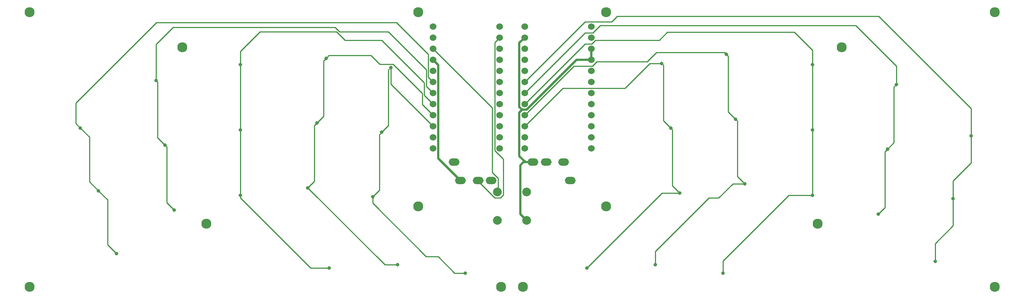
<source format=gbr>
G04 #@! TF.GenerationSoftware,KiCad,Pcbnew,(5.1.9)-1*
G04 #@! TF.CreationDate,2021-03-06T17:20:58-05:00*
G04 #@! TF.ProjectId,ya36,79613336-2e6b-4696-9361-645f70636258,rev?*
G04 #@! TF.SameCoordinates,Original*
G04 #@! TF.FileFunction,Copper,L1,Top*
G04 #@! TF.FilePolarity,Positive*
%FSLAX46Y46*%
G04 Gerber Fmt 4.6, Leading zero omitted, Abs format (unit mm)*
G04 Created by KiCad (PCBNEW (5.1.9)-1) date 2021-03-06 17:20:58*
%MOMM*%
%LPD*%
G01*
G04 APERTURE LIST*
G04 #@! TA.AperFunction,ComponentPad*
%ADD10O,2.500000X1.700000*%
G04 #@! TD*
G04 #@! TA.AperFunction,ComponentPad*
%ADD11C,2.000000*%
G04 #@! TD*
G04 #@! TA.AperFunction,ComponentPad*
%ADD12C,1.524000*%
G04 #@! TD*
G04 #@! TA.AperFunction,ComponentPad*
%ADD13C,2.300000*%
G04 #@! TD*
G04 #@! TA.AperFunction,ComponentPad*
%ADD14C,0.800000*%
G04 #@! TD*
G04 #@! TA.AperFunction,Conductor*
%ADD15C,0.500000*%
G04 #@! TD*
G04 #@! TA.AperFunction,Conductor*
%ADD16C,0.250000*%
G04 #@! TD*
G04 APERTURE END LIST*
D10*
X139200000Y-86400000D03*
X140700000Y-90600000D03*
X144700000Y-90600000D03*
X147700000Y-90600000D03*
X165800000Y-90600000D03*
X164300000Y-86400000D03*
X160300000Y-86400000D03*
X157300000Y-86400000D03*
D11*
X155850000Y-93250000D03*
X155850000Y-99750000D03*
X149150000Y-99750000D03*
X149150000Y-93250000D03*
D12*
X155391400Y-55272000D03*
X155391400Y-57812000D03*
X155391400Y-60352000D03*
X155391400Y-62892000D03*
X155391400Y-65432000D03*
X155391400Y-67972000D03*
X155391400Y-70512000D03*
X155391400Y-73052000D03*
X155391400Y-75592000D03*
X155391400Y-78132000D03*
X155391400Y-80672000D03*
X155391400Y-83212000D03*
X170611400Y-83212000D03*
X170611400Y-80672000D03*
X170611400Y-78132000D03*
X170611400Y-75592000D03*
X170611400Y-73052000D03*
X170611400Y-70512000D03*
X170611400Y-67972000D03*
X170611400Y-65432000D03*
X170611400Y-62892000D03*
X170611400Y-60352000D03*
X170611400Y-57812000D03*
X170611400Y-55272000D03*
X134391400Y-55272000D03*
X134391400Y-57812000D03*
X134391400Y-60352000D03*
X134391400Y-62892000D03*
X134391400Y-65432000D03*
X134391400Y-67972000D03*
X134391400Y-70512000D03*
X134391400Y-73052000D03*
X134391400Y-75592000D03*
X134391400Y-78132000D03*
X134391400Y-80672000D03*
X134391400Y-83212000D03*
X149611400Y-83212000D03*
X149611400Y-80672000D03*
X149611400Y-78132000D03*
X149611400Y-75592000D03*
X149611400Y-73052000D03*
X149611400Y-70512000D03*
X149611400Y-67972000D03*
X149611400Y-65432000D03*
X149611400Y-62892000D03*
X149611400Y-60352000D03*
X149611400Y-57812000D03*
X149611400Y-55272000D03*
D13*
X263000000Y-52000000D03*
X263000000Y-115000000D03*
X155000000Y-115000000D03*
X222500000Y-100500000D03*
X174000000Y-96500000D03*
X228000000Y-60000000D03*
X174000000Y-52000000D03*
X77000000Y-60000000D03*
X131000000Y-96500000D03*
X82500000Y-100500000D03*
X131000000Y-52000000D03*
X42000000Y-52000000D03*
X42000000Y-115000000D03*
X150000000Y-115000000D03*
D14*
X90275000Y-94000000D03*
X75144119Y-97364167D03*
X105726831Y-92275751D03*
X53672641Y-78542778D03*
X70968926Y-67656125D03*
X90275000Y-64000000D03*
X109902024Y-62567709D03*
X124756045Y-64655306D03*
X57807202Y-92961703D03*
X73056522Y-82510145D03*
X90275000Y-79000000D03*
X107814428Y-77421731D03*
X122668449Y-79509326D03*
X61941762Y-107380629D03*
X120580852Y-94363347D03*
X110644595Y-110706858D03*
X126275000Y-109912426D03*
X141805897Y-111844254D03*
X257623623Y-80348202D03*
X240517330Y-68567709D03*
X221275000Y-64000000D03*
X201584233Y-61656125D03*
X186730212Y-63743722D03*
X253489062Y-94767127D03*
X238429734Y-83421729D03*
X221275000Y-79000000D03*
X203671829Y-76510147D03*
X188817808Y-78597742D03*
X249354502Y-109186053D03*
X236342137Y-98275751D03*
X221275000Y-94000000D03*
X205759426Y-91364167D03*
X190905405Y-93451763D03*
X200805897Y-111844254D03*
X185275000Y-109912426D03*
X169644595Y-110706858D03*
D15*
X135603401Y-85503401D02*
X140700000Y-90600000D01*
X135603401Y-64104001D02*
X135603401Y-85503401D01*
X134391400Y-62892000D02*
X135603401Y-64104001D01*
D16*
X148524399Y-58899001D02*
X149611400Y-57812000D01*
X148524399Y-83733761D02*
X148524399Y-58899001D01*
X150475001Y-93886001D02*
X150475001Y-85684363D01*
X150475001Y-85684363D02*
X148524399Y-83733761D01*
X149786001Y-94575001D02*
X150475001Y-93886001D01*
X148513999Y-94575001D02*
X149786001Y-94575001D01*
X144700000Y-90761002D02*
X148513999Y-94575001D01*
X144700000Y-90600000D02*
X144700000Y-90761002D01*
D15*
X170611400Y-60352000D02*
X170611400Y-62892000D01*
X155550000Y-86400000D02*
X157300000Y-86400000D01*
X154179399Y-85029399D02*
X155550000Y-86400000D01*
X154179399Y-75010239D02*
X154179399Y-85029399D01*
X154809639Y-74379999D02*
X154179399Y-75010239D01*
X167278214Y-62892000D02*
X155790215Y-74379999D01*
X155790215Y-74379999D02*
X154809639Y-74379999D01*
X170611400Y-62892000D02*
X167278214Y-62892000D01*
X154399999Y-98299999D02*
X155850000Y-99750000D01*
X154399999Y-87100001D02*
X154399999Y-98299999D01*
X155100000Y-86400000D02*
X154399999Y-87100001D01*
X155550000Y-86400000D02*
X155100000Y-86400000D01*
X154179399Y-59024001D02*
X155391400Y-57812000D01*
X154179399Y-73749759D02*
X154179399Y-59024001D01*
X154809639Y-74379999D02*
X154179399Y-73749759D01*
D16*
X55733840Y-90888341D02*
X57807202Y-92961703D01*
X55733840Y-80603977D02*
X55733840Y-90888341D01*
X53672641Y-78542778D02*
X55733840Y-80603977D01*
X59868400Y-105307267D02*
X61941762Y-107380629D01*
X59868400Y-95022901D02*
X59868400Y-105307267D01*
X57807202Y-92961703D02*
X59868400Y-95022901D01*
X133304399Y-66884999D02*
X134391400Y-67972000D01*
X133304399Y-61637538D02*
X133304399Y-66884999D01*
X71070279Y-54393036D02*
X126059897Y-54393036D01*
X126059897Y-54393036D02*
X133304399Y-61637538D01*
X52599586Y-72863729D02*
X71070279Y-54393036D01*
X52599586Y-77469723D02*
X52599586Y-72863729D01*
X53672641Y-78542778D02*
X52599586Y-77469723D01*
X71368925Y-80822548D02*
X73056522Y-82510145D01*
X71368925Y-68056124D02*
X71368925Y-80822548D01*
X70968926Y-67656125D02*
X71368925Y-68056124D01*
X73456521Y-95676569D02*
X75144119Y-97364167D01*
X73456521Y-82910144D02*
X73456521Y-95676569D01*
X73056522Y-82510145D02*
X73456521Y-82910144D01*
X132854389Y-68974989D02*
X134391400Y-70512000D01*
X132854389Y-65166586D02*
X132854389Y-68974989D01*
X124168436Y-56480633D02*
X132854389Y-65166586D01*
X112952978Y-56480633D02*
X124168436Y-56480633D01*
X74889989Y-55479699D02*
X111952044Y-55479699D01*
X111952044Y-55479699D02*
X112952978Y-56480633D01*
X70968926Y-59400762D02*
X74889989Y-55479699D01*
X70968926Y-67656125D02*
X70968926Y-59400762D01*
X90275000Y-64000000D02*
X90275000Y-79000000D01*
X90275000Y-79000000D02*
X90275000Y-94000000D01*
X90275000Y-94565685D02*
X106416173Y-110706858D01*
X106416173Y-110706858D02*
X110644595Y-110706858D01*
X90275000Y-94000000D02*
X90275000Y-94565685D01*
X132404379Y-71064979D02*
X134391400Y-73052000D01*
X114285935Y-58450000D02*
X122657135Y-58450000D01*
X132404379Y-68197244D02*
X132404379Y-71064979D01*
X112285935Y-56450000D02*
X114285935Y-58450000D01*
X94809666Y-56450000D02*
X112285935Y-56450000D01*
X122657135Y-58450000D02*
X132404379Y-68197244D01*
X90275000Y-60984666D02*
X94809666Y-56450000D01*
X90275000Y-64000000D02*
X90275000Y-60984666D01*
X109328979Y-75907180D02*
X107814428Y-77421731D01*
X109328979Y-63140754D02*
X109328979Y-75907180D01*
X109902024Y-62567709D02*
X109328979Y-63140754D01*
X107241382Y-90761200D02*
X105726831Y-92275751D01*
X107241382Y-77994777D02*
X107241382Y-90761200D01*
X107814428Y-77421731D02*
X107241382Y-77994777D01*
X123363506Y-109912426D02*
X126275000Y-109912426D01*
X105726831Y-92275751D02*
X123363506Y-109912426D01*
X131954369Y-73154969D02*
X134391400Y-75592000D01*
X125255305Y-63930305D02*
X131954369Y-70629369D01*
X122178290Y-63930305D02*
X125255305Y-63930305D01*
X120174200Y-61926215D02*
X122178290Y-63930305D01*
X110543518Y-61926215D02*
X120174200Y-61926215D01*
X131954369Y-70629369D02*
X131954369Y-73154969D01*
X109902024Y-62567709D02*
X110543518Y-61926215D01*
X124183000Y-77994775D02*
X122668449Y-79509326D01*
X124183000Y-65228351D02*
X124183000Y-77994775D01*
X124756045Y-64655306D02*
X124183000Y-65228351D01*
X122095403Y-92848796D02*
X120580852Y-94363347D01*
X122095403Y-80082372D02*
X122095403Y-92848796D01*
X122668449Y-79509326D02*
X122095403Y-80082372D01*
X124756045Y-68496645D02*
X134391400Y-78132000D01*
X124756045Y-64655306D02*
X124756045Y-68496645D01*
X120580852Y-95787324D02*
X120580852Y-94363347D01*
X132843093Y-108049565D02*
X120580852Y-95787324D01*
X135559346Y-108049565D02*
X132843093Y-108049565D01*
X139354035Y-111844254D02*
X135559346Y-108049565D01*
X141805897Y-111844254D02*
X139354035Y-111844254D01*
X253489062Y-90679543D02*
X253489062Y-94767127D01*
X257623623Y-86544982D02*
X253489062Y-90679543D01*
X257623623Y-80348202D02*
X257623623Y-86544982D01*
X249354502Y-105098469D02*
X249354502Y-109186053D01*
X253489062Y-100963909D02*
X249354502Y-105098469D01*
X253489062Y-94767127D02*
X253489062Y-100963909D01*
X169178401Y-54184999D02*
X155391400Y-67972000D01*
X175315001Y-54184999D02*
X169178401Y-54184999D01*
X176559931Y-52940069D02*
X175315001Y-54184999D01*
X236455812Y-52940069D02*
X176559931Y-52940069D01*
X257623623Y-74107880D02*
X236455812Y-52940069D01*
X257623623Y-80348202D02*
X257623623Y-74107880D01*
X239944285Y-81907178D02*
X238429734Y-83421729D01*
X239944285Y-69140754D02*
X239944285Y-81907178D01*
X240517330Y-68567709D02*
X239944285Y-69140754D01*
X237856688Y-96761200D02*
X236342137Y-98275751D01*
X237856688Y-83994775D02*
X237856688Y-96761200D01*
X238429734Y-83421729D02*
X237856688Y-83994775D01*
X169178401Y-56724999D02*
X155391400Y-70512000D01*
X171000001Y-56724999D02*
X169178401Y-56724999D01*
X172697334Y-55027666D02*
X171000001Y-56724999D01*
X231161457Y-55027666D02*
X172697334Y-55027666D01*
X240517330Y-64383539D02*
X231161457Y-55027666D01*
X240517330Y-68567709D02*
X240517330Y-64383539D01*
X221275000Y-64000000D02*
X221275000Y-79000000D01*
X221275000Y-79000000D02*
X221275000Y-94000000D01*
X200805897Y-109065568D02*
X200805897Y-111844254D01*
X215871465Y-94000000D02*
X200805897Y-109065568D01*
X221275000Y-94000000D02*
X215871465Y-94000000D01*
X169178401Y-59264999D02*
X155391400Y-73052000D01*
X170767163Y-59264999D02*
X169178401Y-59264999D01*
X171582162Y-58450000D02*
X170767163Y-59264999D01*
X186196663Y-58450000D02*
X171582162Y-58450000D01*
X188040185Y-56606478D02*
X186196663Y-58450000D01*
X217124940Y-56606478D02*
X188040185Y-56606478D01*
X221275000Y-60756538D02*
X217124940Y-56606478D01*
X221275000Y-64000000D02*
X221275000Y-60756538D01*
X201981096Y-74819414D02*
X203671829Y-76510147D01*
X201981096Y-62052988D02*
X201981096Y-74819414D01*
X201584233Y-61656125D02*
X201981096Y-62052988D01*
X204071828Y-89676569D02*
X205759426Y-91364167D01*
X204071828Y-76910146D02*
X204071828Y-89676569D01*
X203671829Y-76510147D02*
X204071828Y-76910146D01*
X166638401Y-64344999D02*
X155391400Y-75592000D01*
X170880001Y-64344999D02*
X166638401Y-64344999D01*
X171907054Y-63317946D02*
X170880001Y-64344999D01*
X183434070Y-63317946D02*
X171907054Y-63317946D01*
X185521667Y-61230349D02*
X183434070Y-63317946D01*
X201158457Y-61230349D02*
X185521667Y-61230349D01*
X201584233Y-61656125D02*
X201158457Y-61230349D01*
X203038219Y-91364167D02*
X205759426Y-91364167D01*
X199813993Y-94588393D02*
X203038219Y-91364167D01*
X197583699Y-94588393D02*
X199813993Y-94588393D01*
X185275000Y-106897092D02*
X197583699Y-94588393D01*
X185275000Y-109912426D02*
X185275000Y-106897092D01*
X187130211Y-76910145D02*
X188817808Y-78597742D01*
X187130211Y-64143721D02*
X187130211Y-76910145D01*
X186730212Y-63743722D02*
X187130211Y-64143721D01*
X189217807Y-91764165D02*
X190905405Y-93451763D01*
X189217807Y-78997741D02*
X189217807Y-91764165D01*
X188817808Y-78597742D02*
X189217807Y-78997741D01*
X169644595Y-110653125D02*
X169644595Y-110706858D01*
X186845957Y-93451763D02*
X169644595Y-110653125D01*
X190905405Y-93451763D02*
X186845957Y-93451763D01*
X164098401Y-69424999D02*
X155391400Y-78132000D01*
X178327728Y-69424999D02*
X164098401Y-69424999D01*
X184009005Y-63743722D02*
X178327728Y-69424999D01*
X186730212Y-63743722D02*
X184009005Y-63743722D01*
X149275010Y-93124990D02*
X149150000Y-93250000D01*
X147924990Y-88763275D02*
X149275010Y-90113295D01*
X149275010Y-90113295D02*
X149275010Y-93124990D01*
X147924990Y-73885590D02*
X147924990Y-88763275D01*
X134391400Y-60352000D02*
X147924990Y-73885590D01*
M02*

</source>
